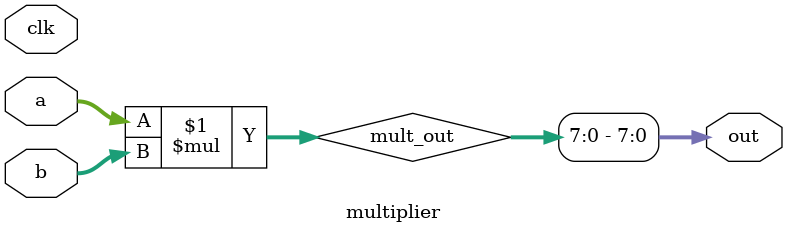
<source format=sv>
module multiplier ( input logic clk,
input logic signed  [7:0] a, b, 
output logic signed [7:0] out);

	logic signed [15:0] mult_out;
	
	assign mult_out = a * b;
        assign out = mult_out[7:0]; // Lowest 8 bits of product of A and B
	
endmodule


</source>
